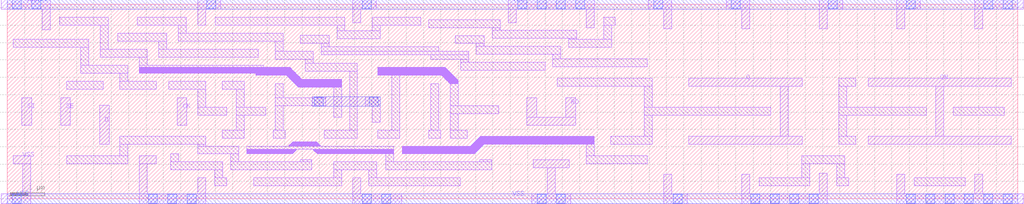
<source format=lef>
#----------------------------------------------------------------------------
# Description	: Cell LEF definitions for ts18ugfsdmp
#		  (TSMC 018um fsg -StdVt Metal Programable Library)
# Date		: $Date: 2006/06/08 03:58:23 $
# Copyright	: 1997-2006 by Virage Logic Corporation
# Revision	: Version $Revision: 1.18 $
#----------------------------------------------------------------------------

VERSION 5.4 ;
NAMESCASESENSITIVE ON ;
BUSBITCHARS "[]" ;
DIVIDERCHAR "/" ;

# Placement site definition for this library.
SITE ts18_dmp
  CLASS core ;
  SIZE 2.24 BY 5.6 ;
END ts18_dmp



#-----------------------------------------------------------------------
#      Cell        : MDN_FSDPQ_4
#      Description : D-Flip Flop w/scan, pos-edge triggered, q-only
#      Equation    : iq,iqn=ff(clocked_on=CK,next_state=(!SE&D)|(SE&SI)):Q=iq
#      Version     : $Revision: 1.18 $
#      Created     : $Date: 2006/06/08 03:58:23 $
#
MACRO MDN_FSDPQ_4
  CLASS CORE ;
  FOREIGN MDN_FSDPQ_4 0 0 ;
  ORIGIN 0 0 ;
  SIZE 22.4 BY 5.6 ;
  SYMMETRY  X ;
  SITE ts18_dmp ;
  PIN CK
    DIRECTION INPUT ;
    PORT
      LAYER METAL1 ;
      RECT  10.5 2.125 10.78 2.915 ;
    END
    ANTENNAGATEAREA 0.567 ;
  END CK
  PIN D
    DIRECTION INPUT ;
    PORT
      LAYER METAL1 ;
      RECT  2.66 2.125 2.94 2.915 ;
    END
    ANTENNAGATEAREA 0.567 ;
  END D
  PIN Q
    DIRECTION OUTPUT ;
    PORT
      LAYER METAL1 ;
      RECT  17.4 1.565 21.395 1.795 ;
      RECT  21.165 1.795 21.395 3.245 ;
      RECT  17.4 3.245 21.395 3.475 ;
    END
    ANTENNADIFFAREA 6.048 ;
  END Q
  PIN SE
    DIRECTION INPUT ;
    PORT
      LAYER METAL1 ;
      RECT  1.54 2.125 1.82 2.915 ;
    END
    ANTENNAGATEAREA 1.134 ;
  END SE
  PIN SI
    DIRECTION INPUT ;
    PORT
      LAYER METAL1 ;
      RECT  0.42 2.125 0.7 2.915 ;
    END
    ANTENNAGATEAREA 0.567 ;
  END SI
  PIN VDD
    DIRECTION INOUT ;
    USE power ;
    SHAPE ABUTMENT ;
    PORT
      LAYER METAL1 ;
      RECT  21.165 4.9 21.395 5.46 ;
      RECT  21.165 5.46 22.57 5.74 ;
      RECT  18.925 4.9 19.155 5.46 ;
      RECT  18.925 5.46 19.6 5.74 ;
      RECT  16.685 4.9 16.915 5.46 ;
      RECT  16.685 5.46 17.36 5.74 ;
      RECT  9.91 5.135 10.25 5.46 ;
      RECT  9.52 5.46 12.435 5.74 ;
      RECT  12.205 5.0 12.435 5.46 ;
      RECT  5.485 4.9 5.715 5.46 ;
      RECT  5.04 5.46 5.715 5.74 ;
      RECT  1.005 4.87 1.235 5.46 ;
      RECT  -0.17 5.46 1.235 5.74 ;
      LAYER METAL2 ;
      RECT  0.0 5.46 22.4 5.74 ;
      LAYER VIA12 ;
      RECT  21.43 5.47 21.69 5.73 ;
      RECT  21.99 5.47 22.25 5.73 ;
      RECT  19.19 5.47 19.45 5.73 ;
      RECT  16.95 5.47 17.21 5.73 ;
      RECT  9.67 5.47 9.93 5.73 ;
      RECT  10.23 5.47 10.49 5.73 ;
      RECT  10.79 5.47 11.05 5.73 ;
      RECT  11.35 5.47 11.61 5.73 ;
      RECT  11.91 5.47 12.17 5.73 ;
      RECT  5.19 5.47 5.45 5.73 ;
      RECT  0.15 5.47 0.41 5.73 ;
      RECT  0.71 5.47 0.97 5.73 ;
    END
  END VDD
  PIN VSS
    DIRECTION INOUT ;
    USE ground ;
    SHAPE ABUTMENT ;
    PORT
      LAYER METAL1 ;
      RECT  21.165 -0.14 22.57 0.14 ;
      RECT  21.165 0.14 21.395 0.7 ;
      RECT  18.925 -0.14 19.6 0.14 ;
      RECT  18.925 0.14 19.155 0.7 ;
      RECT  16.24 -0.14 16.915 0.14 ;
      RECT  16.685 0.14 16.915 0.7 ;
      RECT  9.965 -0.14 12.435 0.14 ;
      RECT  9.965 0.14 10.195 0.73 ;
      RECT  12.205 0.14 12.435 0.73 ;
      RECT  5.485 -0.14 6.16 0.14 ;
      RECT  5.485 0.14 5.715 0.73 ;
      RECT  3.36 -0.14 4.035 0.14 ;
      RECT  3.805 0.14 4.035 0.89 ;
      RECT  3.805 0.89 4.3 1.12 ;
      RECT  -0.17 -0.14 0.675 0.14 ;
      RECT  0.445 0.14 0.675 1.005 ;
      RECT  0.18 1.005 0.675 1.235 ;
      LAYER METAL2 ;
      RECT  0.0 -0.14 22.4 0.14 ;
      LAYER VIA12 ;
      RECT  21.43 -0.13 21.69 0.13 ;
      RECT  21.99 -0.13 22.25 0.13 ;
      RECT  19.19 -0.13 19.45 0.13 ;
      RECT  16.39 -0.13 16.65 0.13 ;
      RECT  10.23 -0.13 10.49 0.13 ;
      RECT  10.79 -0.13 11.05 0.13 ;
      RECT  11.35 -0.13 11.61 0.13 ;
      RECT  11.91 -0.13 12.17 0.13 ;
      RECT  5.75 -0.13 6.01 0.13 ;
      RECT  3.51 -0.13 3.77 0.13 ;
      RECT  0.15 -0.13 0.41 0.13 ;
    END
  END VSS
  OBS
      LAYER METAL1 ;
      RECT  5.99 0.37 6.33 0.6 ;
      RECT  6.1 0.6 6.33 0.83 ;
      RECT  6.1 0.83 9.635 1.005 ;
      RECT  6.1 1.005 12.435 1.06 ;
      RECT  9.405 1.06 12.435 1.235 ;
      RECT  12.205 1.235 12.435 1.75 ;
      RECT  12.205 1.75 13.96 1.98 ;
      RECT  12.205 1.98 12.435 3.16 ;
      RECT  11.38 3.16 12.435 3.39 ;
      RECT  12.205 3.39 12.435 3.62 ;
      RECT  12.205 3.62 14.115 3.805 ;
      RECT  12.205 3.805 15.5 3.85 ;
      RECT  13.885 3.85 15.5 4.035 ;
      RECT  7.11 0.37 9.71 0.6 ;
      RECT  12.71 0.37 13.05 0.6 ;
      RECT  12.82 0.6 13.05 0.83 ;
      RECT  12.82 0.83 15.985 1.06 ;
      RECT  15.755 1.06 15.985 1.565 ;
      RECT  15.755 1.565 16.355 1.795 ;
      RECT  16.125 1.795 16.355 2.125 ;
      RECT  16.125 2.125 20.835 2.355 ;
      RECT  17.245 2.355 17.475 2.645 ;
      RECT  20.605 2.355 20.835 2.655 ;
      RECT  19.485 2.355 19.715 2.66 ;
      RECT  18.365 2.355 18.595 2.665 ;
      RECT  16.125 2.355 16.355 3.245 ;
      RECT  15.86 3.245 16.355 3.475 ;
      RECT  14.39 0.37 16.41 0.6 ;
      RECT  4.745 1.005 5.715 1.01 ;
      RECT  4.74 1.01 5.715 1.015 ;
      RECT  4.735 1.015 5.715 1.02 ;
      RECT  4.73 1.02 5.715 1.025 ;
      RECT  4.725 1.025 5.715 1.03 ;
      RECT  4.72 1.03 5.715 1.035 ;
      RECT  4.715 1.035 5.715 1.04 ;
      RECT  4.71 1.04 5.715 1.045 ;
      RECT  4.705 1.045 5.715 1.05 ;
      RECT  4.7 1.05 5.715 1.055 ;
      RECT  4.695 1.055 5.715 1.06 ;
      RECT  4.69 1.06 5.715 1.065 ;
      RECT  4.685 1.065 5.715 1.07 ;
      RECT  4.68 1.07 5.715 1.075 ;
      RECT  4.675 1.075 5.715 1.08 ;
      RECT  4.67 1.08 5.715 1.085 ;
      RECT  4.665 1.085 5.715 1.09 ;
      RECT  4.66 1.09 5.715 1.095 ;
      RECT  4.655 1.095 5.715 1.1 ;
      RECT  4.65 1.1 5.715 1.105 ;
      RECT  4.645 1.105 5.715 1.11 ;
      RECT  4.64 1.11 5.715 1.115 ;
      RECT  4.635 1.115 5.715 1.12 ;
      RECT  4.63 1.12 5.715 1.125 ;
      RECT  4.625 1.125 5.715 1.13 ;
      RECT  4.62 1.13 5.715 1.135 ;
      RECT  4.615 1.135 5.715 1.14 ;
      RECT  4.61 1.14 5.715 1.145 ;
      RECT  4.605 1.145 5.715 1.15 ;
      RECT  4.6 1.15 5.715 1.155 ;
      RECT  4.595 1.155 5.715 1.16 ;
      RECT  4.59 1.16 5.715 1.165 ;
      RECT  4.585 1.165 5.715 1.17 ;
      RECT  4.58 1.17 5.715 1.175 ;
      RECT  4.575 1.175 5.715 1.18 ;
      RECT  4.57 1.18 5.715 1.185 ;
      RECT  4.565 1.185 5.715 1.19 ;
      RECT  4.56 1.19 5.715 1.195 ;
      RECT  4.555 1.195 5.715 1.2 ;
      RECT  4.55 1.2 5.715 1.205 ;
      RECT  4.545 1.205 5.715 1.21 ;
      RECT  4.54 1.21 5.715 1.215 ;
      RECT  4.535 1.215 5.715 1.22 ;
      RECT  4.53 1.22 5.715 1.225 ;
      RECT  4.525 1.225 5.715 1.23 ;
      RECT  4.52 1.23 5.715 1.235 ;
      RECT  4.515 1.235 4.84 1.24 ;
      RECT  5.485 1.235 5.715 1.75 ;
      RECT  4.51 1.24 4.835 1.245 ;
      RECT  4.505 1.245 4.83 1.25 ;
      RECT  4.5 1.25 4.825 1.255 ;
      RECT  4.495 1.255 4.82 1.26 ;
      RECT  4.49 1.26 4.815 1.265 ;
      RECT  4.485 1.265 4.81 1.27 ;
      RECT  4.48 1.27 4.805 1.275 ;
      RECT  4.475 1.275 4.8 1.28 ;
      RECT  4.47 1.28 4.795 1.285 ;
      RECT  4.465 1.285 4.79 1.29 ;
      RECT  4.46 1.29 4.785 1.295 ;
      RECT  4.455 1.295 4.78 1.3 ;
      RECT  4.45 1.3 4.775 1.305 ;
      RECT  4.445 1.305 4.77 1.31 ;
      RECT  4.44 1.31 4.765 1.315 ;
      RECT  4.435 1.315 4.76 1.32 ;
      RECT  4.43 1.32 4.755 1.325 ;
      RECT  4.425 1.325 4.75 1.33 ;
      RECT  4.42 1.33 4.745 1.335 ;
      RECT  4.415 1.335 4.74 1.34 ;
      RECT  4.41 1.34 4.735 1.345 ;
      RECT  4.405 1.345 4.73 1.35 ;
      RECT  4.4 1.35 4.725 1.355 ;
      RECT  4.395 1.355 4.72 1.36 ;
      RECT  4.39 1.36 4.715 1.365 ;
      RECT  4.385 1.365 4.71 1.37 ;
      RECT  4.38 1.37 4.705 1.375 ;
      RECT  4.375 1.375 4.7 1.38 ;
      RECT  4.37 1.38 4.695 1.385 ;
      RECT  4.365 1.385 4.69 1.39 ;
      RECT  4.36 1.39 4.685 1.395 ;
      RECT  4.355 1.395 4.68 1.4 ;
      RECT  4.35 1.4 4.675 1.405 ;
      RECT  4.345 1.405 4.67 1.41 ;
      RECT  4.34 1.41 4.665 1.415 ;
      RECT  4.335 1.415 4.66 1.42 ;
      RECT  4.33 1.42 4.655 1.425 ;
      RECT  4.325 1.425 4.65 1.43 ;
      RECT  4.32 1.43 4.645 1.435 ;
      RECT  4.315 1.435 4.64 1.44 ;
      RECT  4.31 1.44 4.635 1.445 ;
      RECT  4.305 1.445 4.63 1.45 ;
      RECT  4.3 1.45 4.625 1.455 ;
      RECT  4.295 1.455 4.62 1.46 ;
      RECT  4.29 1.46 4.615 1.465 ;
      RECT  4.285 1.465 4.61 1.47 ;
      RECT  4.28 1.47 4.605 1.475 ;
      RECT  4.275 1.475 4.6 1.48 ;
      RECT  4.27 1.48 4.595 1.485 ;
      RECT  4.265 1.485 4.59 1.49 ;
      RECT  4.26 1.49 4.585 1.495 ;
      RECT  4.255 1.495 4.58 1.5 ;
      RECT  4.25 1.5 4.575 1.505 ;
      RECT  4.245 1.505 4.57 1.51 ;
      RECT  4.24 1.51 4.565 1.515 ;
      RECT  4.235 1.515 4.56 1.52 ;
      RECT  4.23 1.52 4.555 1.525 ;
      RECT  4.225 1.525 4.55 1.53 ;
      RECT  4.22 1.53 4.545 1.535 ;
      RECT  4.215 1.535 4.54 1.54 ;
      RECT  4.21 1.54 4.535 1.545 ;
      RECT  4.205 1.545 4.53 1.55 ;
      RECT  4.2 1.55 4.525 1.555 ;
      RECT  4.195 1.555 4.52 1.56 ;
      RECT  4.19 1.56 4.515 1.565 ;
      RECT  1.72 1.005 3.475 1.235 ;
      RECT  3.245 1.235 3.475 1.565 ;
      RECT  3.245 1.565 4.51 1.57 ;
      RECT  3.245 1.57 4.505 1.575 ;
      RECT  3.245 1.575 4.5 1.58 ;
      RECT  3.245 1.58 4.495 1.585 ;
      RECT  3.245 1.585 4.49 1.59 ;
      RECT  3.245 1.59 4.485 1.595 ;
      RECT  3.245 1.595 4.48 1.6 ;
      RECT  3.245 1.6 4.475 1.605 ;
      RECT  3.245 1.605 4.47 1.61 ;
      RECT  3.245 1.61 4.465 1.615 ;
      RECT  3.245 1.615 4.46 1.62 ;
      RECT  3.245 1.62 4.455 1.625 ;
      RECT  3.245 1.625 4.45 1.63 ;
      RECT  3.245 1.63 4.445 1.635 ;
      RECT  3.245 1.635 4.44 1.64 ;
      RECT  3.245 1.64 4.435 1.645 ;
      RECT  3.245 1.645 4.43 1.65 ;
      RECT  3.245 1.65 4.425 1.655 ;
      RECT  3.245 1.655 4.42 1.66 ;
      RECT  3.245 1.66 4.415 1.665 ;
      RECT  3.245 1.665 4.41 1.67 ;
      RECT  3.245 1.67 4.405 1.675 ;
      RECT  3.245 1.675 4.4 1.68 ;
      RECT  3.245 1.68 4.395 1.685 ;
      RECT  3.245 1.685 4.39 1.69 ;
      RECT  3.245 1.69 4.385 1.695 ;
      RECT  3.245 1.695 4.38 1.7 ;
      RECT  3.245 1.7 4.375 1.705 ;
      RECT  3.245 1.705 4.37 1.71 ;
      RECT  3.245 1.71 4.365 1.715 ;
      RECT  3.245 1.715 4.36 1.72 ;
      RECT  3.245 1.72 4.355 1.725 ;
      RECT  3.245 1.725 4.35 1.73 ;
      RECT  3.245 1.73 4.345 1.735 ;
      RECT  3.245 1.735 4.34 1.74 ;
      RECT  3.245 1.74 4.335 1.745 ;
      RECT  3.245 1.745 4.33 1.75 ;
      RECT  3.245 1.75 4.325 1.755 ;
      RECT  5.485 1.75 7.24 1.98 ;
      RECT  3.245 1.755 4.32 1.76 ;
      RECT  3.245 1.76 4.315 1.765 ;
      RECT  3.245 1.765 4.31 1.77 ;
      RECT  3.245 1.77 4.305 1.775 ;
      RECT  3.245 1.775 4.3 1.78 ;
      RECT  3.245 1.78 4.295 1.785 ;
      RECT  3.245 1.785 4.29 1.79 ;
      RECT  3.245 1.79 4.285 1.795 ;
      RECT  6.2 1.29 8.78 1.52 ;
      RECT  12.92 1.29 15.5 1.52 ;
      RECT  9.965 1.565 11.02 1.795 ;
      RECT  9.965 1.795 10.195 2.405 ;
      RECT  9.35 2.405 10.195 2.635 ;
      RECT  9.965 2.635 10.195 3.755 ;
      RECT  9.965 3.755 11.875 3.985 ;
      RECT  11.645 3.985 11.875 4.08 ;
      RECT  11.645 4.08 13.555 4.31 ;
      RECT  13.325 4.31 13.555 4.365 ;
      RECT  13.325 4.365 14.675 4.595 ;
      RECT  14.445 4.595 14.675 4.995 ;
      RECT  14.445 4.995 15.19 5.0 ;
      RECT  14.445 5.0 15.29 5.225 ;
      RECT  14.95 5.225 15.29 5.23 ;
      RECT  4.66 1.75 5.155 1.98 ;
      RECT  4.925 1.98 5.155 2.405 ;
      RECT  3.75 2.405 5.155 2.635 ;
      RECT  4.925 2.635 5.155 3.245 ;
      RECT  4.66 3.245 5.155 3.475 ;
      RECT  7.67 1.75 8.01 1.98 ;
      RECT  7.725 1.98 7.955 3.435 ;
      RECT  8.285 1.75 9.48 1.98 ;
      RECT  8.285 1.98 8.515 3.245 ;
      RECT  8.285 3.245 9.37 3.475 ;
      RECT  9.14 3.475 9.37 4.215 ;
      RECT  9.14 4.215 11.315 4.445 ;
      RECT  11.085 4.445 11.315 4.54 ;
      RECT  11.085 4.54 12.995 4.77 ;
      RECT  12.765 4.77 12.995 5.0 ;
      RECT  12.765 5.0 14.17 5.23 ;
      RECT  14.39 1.75 14.73 1.98 ;
      RECT  14.445 1.98 14.675 3.53 ;
      RECT  12.92 3.16 13.98 3.39 ;
      RECT  6.2 3.245 7.24 3.475 ;
      RECT  1.72 3.805 2.76 4.035 ;
      RECT  3.19 3.805 8.78 4.035 ;
      RECT  0.18 4.365 4.3 4.595 ;
      RECT  9.405 4.675 10.755 4.905 ;
      RECT  9.405 4.905 9.635 4.925 ;
      RECT  10.525 4.905 10.755 5.0 ;
      RECT  7.67 4.925 9.635 5.155 ;
      RECT  10.525 5.0 11.93 5.23 ;
      RECT  1.51 5.0 5.21 5.23 ;
  END
END MDN_FSDPQ_4

#-----------------------------------------------------------------------
#      Cell        : MDN_FSDPRB_4
#      Description : D-Flip Flop w/scan, pos-edge triggered, lo-async-clear
#      Equation    : iq,iqn=ff(clocked_on=CK,next_state=(!SE&D)|(SE&SI),clear=!RD):Q=iq:QN=iqn
#      Version     : $Revision: 1.18 $
#      Created     : $Date: 2006/06/08 03:58:23 $
#
MACRO MDN_FSDPRB_4
  CLASS CORE ;
  FOREIGN MDN_FSDPRB_4 0 0 ;
  ORIGIN 0 0 ;
  SIZE 29.12 BY 5.6 ;
  SYMMETRY  X ;
  SITE ts18_dmp ;
  PIN CK
    DIRECTION INPUT ;
    PORT
      LAYER METAL1 ;
      RECT  4.9 2.125 5.18 2.915 ;
    END
    ANTENNAGATEAREA 0.567 ;
  END CK
  PIN D
    DIRECTION INPUT ;
    PORT
      LAYER METAL1 ;
      RECT  2.66 1.565 2.94 2.69 ;
    END
    ANTENNAGATEAREA 0.567 ;
  END D
  PIN Q
    DIRECTION OUTPUT ;
    PORT
      LAYER METAL1 ;
      RECT  19.64 1.565 22.92 1.795 ;
      RECT  22.285 1.795 22.515 3.245 ;
      RECT  19.64 3.245 22.92 3.475 ;
    END
    ANTENNADIFFAREA 6.048 ;
  END Q
  PIN QN
    DIRECTION OUTPUT ;
    PORT
      LAYER METAL1 ;
      RECT  24.82 1.565 28.94 1.795 ;
      RECT  26.765 1.795 26.995 3.245 ;
      RECT  24.82 3.245 28.94 3.475 ;
    END
    ANTENNADIFFAREA 6.048 ;
  END QN
  PIN RD
    DIRECTION INPUT ;
    PORT
      LAYER METAL1 ;
      RECT  14.98 2.125 16.38 2.355 ;
      RECT  14.98 2.355 15.26 2.915 ;
      RECT  16.1 2.355 16.38 2.915 ;
    END
    ANTENNAGATEAREA 1.134 ;
  END RD
  PIN SE
    DIRECTION INPUT ;
    PORT
      LAYER METAL1 ;
      RECT  1.54 2.125 1.82 2.915 ;
    END
    ANTENNAGATEAREA 1.134 ;
  END SE
  PIN SI
    DIRECTION INPUT ;
    PORT
      LAYER METAL1 ;
      RECT  0.42 2.125 0.7 2.915 ;
    END
    ANTENNAGATEAREA 0.567 ;
  END SI
  PIN VDD
    DIRECTION INOUT ;
    USE power ;
    SHAPE ABUTMENT ;
    PORT
      LAYER METAL1 ;
      RECT  27.885 4.9 28.115 5.46 ;
      RECT  27.885 5.46 29.29 5.74 ;
      RECT  25.645 4.9 25.875 5.46 ;
      RECT  25.645 5.46 26.32 5.74 ;
      RECT  23.405 4.9 23.635 5.46 ;
      RECT  23.405 5.46 24.08 5.74 ;
      RECT  21.165 4.9 21.395 5.46 ;
      RECT  20.72 5.46 21.395 5.74 ;
      RECT  18.925 4.9 19.155 5.46 ;
      RECT  18.48 5.46 19.155 5.74 ;
      RECT  14.445 5.08 14.675 5.46 ;
      RECT  14.445 5.46 16.915 5.74 ;
      RECT  16.685 4.93 16.915 5.46 ;
      RECT  9.965 5.08 10.195 5.46 ;
      RECT  9.965 5.46 10.64 5.74 ;
      RECT  5.485 5.0 5.715 5.46 ;
      RECT  5.485 5.46 6.16 5.74 ;
      RECT  1.005 4.87 1.235 5.46 ;
      RECT  -0.17 5.46 1.235 5.74 ;
      LAYER METAL2 ;
      RECT  0.0 5.46 29.12 5.74 ;
      LAYER VIA12 ;
      RECT  28.15 5.47 28.41 5.73 ;
      RECT  28.71 5.47 28.97 5.73 ;
      RECT  25.91 5.47 26.17 5.73 ;
      RECT  23.67 5.47 23.93 5.73 ;
      RECT  20.87 5.47 21.13 5.73 ;
      RECT  18.63 5.47 18.89 5.73 ;
      RECT  14.71 5.47 14.97 5.73 ;
      RECT  15.27 5.47 15.53 5.73 ;
      RECT  15.83 5.47 16.09 5.73 ;
      RECT  16.39 5.47 16.65 5.73 ;
      RECT  10.23 5.47 10.49 5.73 ;
      RECT  5.75 5.47 6.01 5.73 ;
      RECT  0.15 5.47 0.41 5.73 ;
      RECT  0.71 5.47 0.97 5.73 ;
    END
  END VDD
  PIN VSS
    DIRECTION INOUT ;
    USE ground ;
    SHAPE ABUTMENT ;
    PORT
      LAYER METAL1 ;
      RECT  25.645 -0.14 29.29 0.14 ;
      RECT  25.645 0.14 25.875 0.7 ;
      RECT  27.885 0.14 28.115 0.7 ;
      RECT  21.165 -0.14 23.635 0.14 ;
      RECT  21.165 0.14 21.395 0.7 ;
      RECT  23.405 0.14 23.635 0.73 ;
      RECT  18.925 -0.14 19.6 0.14 ;
      RECT  18.925 0.14 19.155 0.7 ;
      RECT  15.12 -0.14 16.24 0.14 ;
      RECT  15.565 0.14 15.795 0.89 ;
      RECT  15.16 0.89 16.2 1.12 ;
      RECT  9.965 -0.14 11.37 0.14 ;
      RECT  9.965 0.14 10.195 0.6 ;
      RECT  3.805 -0.14 5.715 0.14 ;
      RECT  5.485 0.14 5.715 0.6 ;
      RECT  3.805 0.14 4.035 1.005 ;
      RECT  3.805 1.005 4.3 1.235 ;
      RECT  -0.17 -0.14 0.675 0.14 ;
      RECT  0.445 0.14 0.675 1.005 ;
      RECT  0.18 1.005 0.675 1.235 ;
      LAYER METAL2 ;
      RECT  0.0 -0.14 29.12 0.14 ;
      LAYER VIA12 ;
      RECT  25.91 -0.13 26.17 0.13 ;
      RECT  26.47 -0.13 26.73 0.13 ;
      RECT  27.03 -0.13 27.29 0.13 ;
      RECT  27.59 -0.13 27.85 0.13 ;
      RECT  28.15 -0.13 28.41 0.13 ;
      RECT  28.71 -0.13 28.97 0.13 ;
      RECT  21.43 -0.13 21.69 0.13 ;
      RECT  21.99 -0.13 22.25 0.13 ;
      RECT  22.55 -0.13 22.81 0.13 ;
      RECT  23.11 -0.13 23.37 0.13 ;
      RECT  19.19 -0.13 19.45 0.13 ;
      RECT  15.27 -0.13 15.53 0.13 ;
      RECT  15.83 -0.13 16.09 0.13 ;
      RECT  10.23 -0.13 10.49 0.13 ;
      RECT  10.79 -0.13 11.05 0.13 ;
      RECT  4.07 -0.13 4.33 0.13 ;
      RECT  4.63 -0.13 4.89 0.13 ;
      RECT  5.19 -0.13 5.45 0.13 ;
      RECT  0.15 -0.13 0.41 0.13 ;
    END
  END VSS
  OBS
      LAYER METAL1 ;
      RECT  5.98 0.37 6.33 0.6 ;
      RECT  5.98 0.6 6.21 0.83 ;
      RECT  4.715 0.83 6.21 1.06 ;
      RECT  4.715 1.06 4.945 1.29 ;
      RECT  10.425 0.37 13.05 0.6 ;
      RECT  10.425 0.6 10.655 0.83 ;
      RECT  7.11 0.37 9.635 0.6 ;
      RECT  9.405 0.6 9.635 0.83 ;
      RECT  9.405 0.83 10.655 1.06 ;
      RECT  23.91 0.37 24.25 0.6 ;
      RECT  23.91 0.6 24.14 1.005 ;
      RECT  21.67 0.37 23.13 0.6 ;
      RECT  22.9 0.6 23.13 1.005 ;
      RECT  22.9 1.005 24.14 1.235 ;
      RECT  26.15 0.37 27.61 0.6 ;
      RECT  6.44 0.83 8.78 1.06 ;
      RECT  8.44 1.06 8.78 1.12 ;
      RECT  6.44 1.06 6.67 1.29 ;
      RECT  5.485 1.29 6.67 1.52 ;
      RECT  5.485 1.52 5.715 1.565 ;
      RECT  1.72 1.005 3.475 1.235 ;
      RECT  3.245 1.235 3.475 1.565 ;
      RECT  3.245 1.565 5.715 1.795 ;
      RECT  10.905 0.83 13.96 1.06 ;
      RECT  13.62 1.06 13.96 1.12 ;
      RECT  10.905 1.06 11.135 1.29 ;
      RECT  8.94 1.29 11.135 1.295 ;
      RECT  8.935 1.295 11.135 1.3 ;
      RECT  8.93 1.3 11.135 1.305 ;
      RECT  8.925 1.305 11.135 1.31 ;
      RECT  8.92 1.31 11.135 1.315 ;
      RECT  8.915 1.315 11.135 1.32 ;
      RECT  8.91 1.32 11.135 1.325 ;
      RECT  8.905 1.325 11.135 1.33 ;
      RECT  8.9 1.33 11.135 1.335 ;
      RECT  8.895 1.335 11.135 1.34 ;
      RECT  8.89 1.34 11.135 1.345 ;
      RECT  8.885 1.345 11.135 1.35 ;
      RECT  8.88 1.35 11.135 1.355 ;
      RECT  8.875 1.355 11.135 1.36 ;
      RECT  8.87 1.36 11.135 1.365 ;
      RECT  8.865 1.365 11.135 1.37 ;
      RECT  8.86 1.37 11.135 1.375 ;
      RECT  8.855 1.375 11.135 1.38 ;
      RECT  8.85 1.38 11.135 1.385 ;
      RECT  8.845 1.385 11.135 1.39 ;
      RECT  8.84 1.39 11.135 1.395 ;
      RECT  8.835 1.395 11.135 1.4 ;
      RECT  8.83 1.4 11.135 1.405 ;
      RECT  8.825 1.405 11.135 1.41 ;
      RECT  8.82 1.41 11.135 1.415 ;
      RECT  8.815 1.415 11.135 1.42 ;
      RECT  6.9 1.29 8.215 1.295 ;
      RECT  6.9 1.295 8.22 1.3 ;
      RECT  6.9 1.3 8.225 1.305 ;
      RECT  6.9 1.305 8.23 1.31 ;
      RECT  6.9 1.31 8.235 1.315 ;
      RECT  6.9 1.315 8.24 1.32 ;
      RECT  6.9 1.32 8.245 1.325 ;
      RECT  6.9 1.325 8.25 1.33 ;
      RECT  6.9 1.33 8.255 1.335 ;
      RECT  6.9 1.335 8.26 1.34 ;
      RECT  6.9 1.34 8.265 1.345 ;
      RECT  6.9 1.345 8.27 1.35 ;
      RECT  6.9 1.35 8.275 1.355 ;
      RECT  6.9 1.355 8.28 1.36 ;
      RECT  6.9 1.36 8.285 1.365 ;
      RECT  6.9 1.365 8.29 1.37 ;
      RECT  6.9 1.37 8.295 1.375 ;
      RECT  6.9 1.375 8.3 1.38 ;
      RECT  6.9 1.38 8.305 1.385 ;
      RECT  6.9 1.385 8.31 1.39 ;
      RECT  6.9 1.39 8.315 1.395 ;
      RECT  6.9 1.395 8.32 1.4 ;
      RECT  6.9 1.4 8.325 1.405 ;
      RECT  6.9 1.405 8.33 1.41 ;
      RECT  6.9 1.41 8.335 1.415 ;
      RECT  6.9 1.415 8.34 1.42 ;
      RECT  6.9 1.42 11.135 1.52 ;
      RECT  8.11 1.52 9.035 1.525 ;
      RECT  8.115 1.525 9.03 1.53 ;
      RECT  8.12 1.53 9.025 1.535 ;
      RECT  8.125 1.535 9.02 1.54 ;
      RECT  8.13 1.54 9.015 1.545 ;
      RECT  8.135 1.545 9.01 1.55 ;
      RECT  8.14 1.55 9.005 1.555 ;
      RECT  8.145 1.555 9.0 1.56 ;
      RECT  8.15 1.56 8.995 1.565 ;
      RECT  8.155 1.565 8.99 1.57 ;
      RECT  8.16 1.57 8.985 1.575 ;
      RECT  8.165 1.575 8.98 1.58 ;
      RECT  8.17 1.58 8.975 1.585 ;
      RECT  8.175 1.585 8.97 1.59 ;
      RECT  8.18 1.59 8.965 1.595 ;
      RECT  8.185 1.595 8.96 1.6 ;
      RECT  8.19 1.6 8.955 1.605 ;
      RECT  8.195 1.605 8.95 1.61 ;
      RECT  8.2 1.61 8.945 1.615 ;
      RECT  8.205 1.615 8.94 1.62 ;
      RECT  8.21 1.62 8.935 1.625 ;
      RECT  8.215 1.625 8.93 1.63 ;
      RECT  8.22 1.63 8.925 1.635 ;
      RECT  8.225 1.635 8.92 1.64 ;
      RECT  8.23 1.64 8.915 1.645 ;
      RECT  8.235 1.645 8.91 1.65 ;
      RECT  16.685 1.005 18.445 1.235 ;
      RECT  16.685 1.235 16.915 1.565 ;
      RECT  11.38 1.29 13.465 1.295 ;
      RECT  11.38 1.295 13.47 1.3 ;
      RECT  11.38 1.3 13.475 1.305 ;
      RECT  11.38 1.305 13.48 1.31 ;
      RECT  11.38 1.31 13.485 1.315 ;
      RECT  11.38 1.315 13.49 1.32 ;
      RECT  11.38 1.32 13.495 1.325 ;
      RECT  11.38 1.325 13.5 1.33 ;
      RECT  11.38 1.33 13.505 1.335 ;
      RECT  11.38 1.335 13.51 1.34 ;
      RECT  11.38 1.34 13.515 1.345 ;
      RECT  11.38 1.345 13.52 1.35 ;
      RECT  11.38 1.35 13.525 1.355 ;
      RECT  11.38 1.355 13.53 1.36 ;
      RECT  11.38 1.36 13.535 1.365 ;
      RECT  11.38 1.365 13.54 1.37 ;
      RECT  11.38 1.37 13.545 1.375 ;
      RECT  11.38 1.375 13.55 1.38 ;
      RECT  11.38 1.38 13.555 1.385 ;
      RECT  11.38 1.385 13.56 1.39 ;
      RECT  11.38 1.39 13.565 1.395 ;
      RECT  11.38 1.395 13.57 1.4 ;
      RECT  11.38 1.4 13.575 1.405 ;
      RECT  11.38 1.405 13.58 1.41 ;
      RECT  11.38 1.41 13.585 1.415 ;
      RECT  11.38 1.415 13.59 1.42 ;
      RECT  11.38 1.42 13.595 1.425 ;
      RECT  11.38 1.425 13.6 1.43 ;
      RECT  11.38 1.43 13.605 1.435 ;
      RECT  11.38 1.435 13.61 1.44 ;
      RECT  11.38 1.44 13.615 1.445 ;
      RECT  11.38 1.445 13.62 1.45 ;
      RECT  11.38 1.45 13.625 1.455 ;
      RECT  11.38 1.455 13.63 1.46 ;
      RECT  11.38 1.46 13.635 1.465 ;
      RECT  11.38 1.465 13.64 1.47 ;
      RECT  11.38 1.47 13.645 1.475 ;
      RECT  11.38 1.475 13.65 1.48 ;
      RECT  11.38 1.48 13.655 1.485 ;
      RECT  11.38 1.485 13.66 1.49 ;
      RECT  11.38 1.49 13.665 1.495 ;
      RECT  11.38 1.495 13.67 1.5 ;
      RECT  11.38 1.5 13.675 1.505 ;
      RECT  11.38 1.505 13.68 1.51 ;
      RECT  11.38 1.51 13.685 1.515 ;
      RECT  11.38 1.515 13.69 1.52 ;
      RECT  13.36 1.52 13.695 1.525 ;
      RECT  13.365 1.525 13.7 1.53 ;
      RECT  13.37 1.53 13.705 1.535 ;
      RECT  13.375 1.535 13.71 1.54 ;
      RECT  13.38 1.54 13.715 1.545 ;
      RECT  13.385 1.545 13.72 1.55 ;
      RECT  13.39 1.55 13.725 1.555 ;
      RECT  13.395 1.555 13.73 1.56 ;
      RECT  13.4 1.56 13.735 1.565 ;
      RECT  13.405 1.565 16.915 1.57 ;
      RECT  13.41 1.57 16.915 1.575 ;
      RECT  13.415 1.575 16.915 1.58 ;
      RECT  13.42 1.58 16.915 1.585 ;
      RECT  13.425 1.585 16.915 1.59 ;
      RECT  13.43 1.59 16.915 1.595 ;
      RECT  13.435 1.595 16.915 1.6 ;
      RECT  13.44 1.6 16.915 1.605 ;
      RECT  13.445 1.605 16.915 1.61 ;
      RECT  13.45 1.61 16.915 1.615 ;
      RECT  13.455 1.615 16.915 1.62 ;
      RECT  13.46 1.62 16.915 1.625 ;
      RECT  13.465 1.625 16.915 1.63 ;
      RECT  13.47 1.63 16.915 1.635 ;
      RECT  13.475 1.635 16.915 1.64 ;
      RECT  13.48 1.64 16.915 1.645 ;
      RECT  13.485 1.645 16.915 1.65 ;
      RECT  13.49 1.65 16.915 1.655 ;
      RECT  13.495 1.655 16.915 1.66 ;
      RECT  13.5 1.66 16.915 1.665 ;
      RECT  13.505 1.665 16.915 1.67 ;
      RECT  13.51 1.67 16.915 1.675 ;
      RECT  13.515 1.675 16.915 1.68 ;
      RECT  13.52 1.68 16.915 1.685 ;
      RECT  13.525 1.685 16.915 1.69 ;
      RECT  13.53 1.69 16.915 1.695 ;
      RECT  13.535 1.695 16.915 1.7 ;
      RECT  13.54 1.7 16.915 1.705 ;
      RECT  13.545 1.705 16.915 1.71 ;
      RECT  13.55 1.71 16.915 1.715 ;
      RECT  13.555 1.715 16.915 1.72 ;
      RECT  13.56 1.72 16.915 1.725 ;
      RECT  13.565 1.725 16.915 1.73 ;
      RECT  13.57 1.73 16.915 1.735 ;
      RECT  13.575 1.735 16.915 1.74 ;
      RECT  13.58 1.74 16.915 1.745 ;
      RECT  13.585 1.745 16.915 1.75 ;
      RECT  13.59 1.75 16.915 1.755 ;
      RECT  13.595 1.755 16.915 1.76 ;
      RECT  13.6 1.76 16.915 1.765 ;
      RECT  13.605 1.765 16.915 1.77 ;
      RECT  13.61 1.77 16.915 1.775 ;
      RECT  13.615 1.775 16.915 1.78 ;
      RECT  13.62 1.78 16.915 1.785 ;
      RECT  13.625 1.785 16.915 1.79 ;
      RECT  13.63 1.79 16.915 1.795 ;
      RECT  17.4 1.565 18.595 1.795 ;
      RECT  18.365 1.795 18.595 2.405 ;
      RECT  18.365 2.405 22.01 2.635 ;
      RECT  18.365 2.635 18.595 3.245 ;
      RECT  15.86 3.245 18.595 3.475 ;
      RECT  23.965 1.565 24.46 1.795 ;
      RECT  23.965 1.795 24.195 2.405 ;
      RECT  23.965 2.405 26.49 2.635 ;
      RECT  23.965 2.635 24.195 3.245 ;
      RECT  23.965 3.245 24.46 3.475 ;
      RECT  6.2 1.75 6.835 1.98 ;
      RECT  6.605 1.98 6.835 2.405 ;
      RECT  6.605 2.405 7.45 2.635 ;
      RECT  6.605 2.635 6.835 3.16 ;
      RECT  6.2 3.16 6.835 3.39 ;
      RECT  7.67 1.75 8.01 1.98 ;
      RECT  7.725 1.98 7.955 2.685 ;
      RECT  7.725 2.685 9.175 2.915 ;
      RECT  8.795 2.66 9.175 2.685 ;
      RECT  8.795 2.915 9.175 2.94 ;
      RECT  7.725 2.915 7.955 3.315 ;
      RECT  9.14 1.75 10.095 1.98 ;
      RECT  9.865 1.98 10.095 3.68 ;
      RECT  8.585 3.68 10.095 3.91 ;
      RECT  8.585 3.91 8.815 4.02 ;
      RECT  7.725 4.02 8.815 4.25 ;
      RECT  7.725 4.25 7.955 4.54 ;
      RECT  4.925 4.54 7.955 4.77 ;
      RECT  4.925 4.77 5.155 5.0 ;
      RECT  3.75 5.0 5.155 5.23 ;
      RECT  12.15 1.75 12.49 1.98 ;
      RECT  12.205 1.98 12.435 3.315 ;
      RECT  12.765 1.75 13.26 1.98 ;
      RECT  12.765 1.98 12.995 2.445 ;
      RECT  12.765 2.445 14.17 2.675 ;
      RECT  12.765 2.675 12.995 3.32 ;
      RECT  12.76 3.32 12.995 3.325 ;
      RECT  12.755 3.325 12.995 3.33 ;
      RECT  12.75 3.33 12.995 3.335 ;
      RECT  12.745 3.335 12.995 3.34 ;
      RECT  12.74 3.34 12.995 3.345 ;
      RECT  12.735 3.345 12.995 3.35 ;
      RECT  12.73 3.35 12.995 3.355 ;
      RECT  12.725 3.355 12.995 3.36 ;
      RECT  12.72 3.36 12.995 3.365 ;
      RECT  12.715 3.365 12.995 3.37 ;
      RECT  12.71 3.37 12.995 3.375 ;
      RECT  12.705 3.375 12.995 3.38 ;
      RECT  12.7 3.38 12.995 3.385 ;
      RECT  12.695 3.385 12.995 3.39 ;
      RECT  12.69 3.39 12.995 3.395 ;
      RECT  12.685 3.395 12.995 3.4 ;
      RECT  12.68 3.4 12.995 3.405 ;
      RECT  12.675 3.405 12.995 3.41 ;
      RECT  12.67 3.41 12.995 3.415 ;
      RECT  12.665 3.415 12.99 3.42 ;
      RECT  12.66 3.42 12.985 3.425 ;
      RECT  12.655 3.425 12.98 3.43 ;
      RECT  12.65 3.43 12.975 3.435 ;
      RECT  12.645 3.435 12.97 3.44 ;
      RECT  12.64 3.44 12.965 3.445 ;
      RECT  12.635 3.445 12.96 3.45 ;
      RECT  12.63 3.45 12.955 3.455 ;
      RECT  12.625 3.455 12.95 3.46 ;
      RECT  12.62 3.46 12.945 3.465 ;
      RECT  12.615 3.465 12.94 3.47 ;
      RECT  12.61 3.47 12.935 3.475 ;
      RECT  12.605 3.475 12.93 3.48 ;
      RECT  12.6 3.48 12.925 3.485 ;
      RECT  12.595 3.485 12.92 3.49 ;
      RECT  12.59 3.49 12.915 3.495 ;
      RECT  12.585 3.495 12.91 3.5 ;
      RECT  12.58 3.5 12.905 3.505 ;
      RECT  12.575 3.505 12.9 3.51 ;
      RECT  12.57 3.51 12.895 3.515 ;
      RECT  12.565 3.515 12.89 3.52 ;
      RECT  12.56 3.52 12.885 3.525 ;
      RECT  12.555 3.525 12.88 3.53 ;
      RECT  12.55 3.53 12.875 3.535 ;
      RECT  12.545 3.535 12.87 3.54 ;
      RECT  12.54 3.54 12.865 3.545 ;
      RECT  12.535 3.545 12.86 3.55 ;
      RECT  12.53 3.55 12.855 3.555 ;
      RECT  10.68 1.75 11.315 1.98 ;
      RECT  11.085 1.98 11.315 3.555 ;
      RECT  10.68 3.555 12.85 3.56 ;
      RECT  10.68 3.56 12.845 3.565 ;
      RECT  10.68 3.565 12.84 3.57 ;
      RECT  10.68 3.57 12.835 3.575 ;
      RECT  10.68 3.575 12.83 3.58 ;
      RECT  10.68 3.58 12.825 3.585 ;
      RECT  10.68 3.585 12.82 3.59 ;
      RECT  10.68 3.59 12.815 3.595 ;
      RECT  10.68 3.595 12.81 3.6 ;
      RECT  10.68 3.6 12.805 3.605 ;
      RECT  10.68 3.605 12.8 3.61 ;
      RECT  10.68 3.61 12.795 3.615 ;
      RECT  10.68 3.615 12.79 3.62 ;
      RECT  10.68 3.62 12.785 3.625 ;
      RECT  10.68 3.625 12.78 3.63 ;
      RECT  10.68 3.63 12.775 3.635 ;
      RECT  10.68 3.635 12.77 3.64 ;
      RECT  10.68 3.64 12.765 3.645 ;
      RECT  10.68 3.645 12.76 3.65 ;
      RECT  10.68 3.65 12.755 3.655 ;
      RECT  10.68 3.655 12.75 3.66 ;
      RECT  10.68 3.66 12.745 3.665 ;
      RECT  10.68 3.665 12.74 3.67 ;
      RECT  10.68 3.67 12.735 3.675 ;
      RECT  10.68 3.675 12.73 3.68 ;
      RECT  10.68 3.68 12.725 3.685 ;
      RECT  10.68 3.685 12.72 3.69 ;
      RECT  10.68 3.69 12.715 3.695 ;
      RECT  10.68 3.695 12.71 3.7 ;
      RECT  10.68 3.7 12.705 3.705 ;
      RECT  10.68 3.705 12.7 3.71 ;
      RECT  10.68 3.71 12.695 3.715 ;
      RECT  10.68 3.715 12.69 3.72 ;
      RECT  10.68 3.72 12.685 3.725 ;
      RECT  10.68 3.725 12.68 3.73 ;
      RECT  10.68 3.73 12.675 3.735 ;
      RECT  10.68 3.735 12.67 3.74 ;
      RECT  10.68 3.74 12.665 3.745 ;
      RECT  10.68 3.745 12.66 3.75 ;
      RECT  10.68 3.75 12.655 3.755 ;
      RECT  10.68 3.755 12.65 3.76 ;
      RECT  10.68 3.76 12.645 3.765 ;
      RECT  10.68 3.765 12.64 3.77 ;
      RECT  10.68 3.77 12.635 3.775 ;
      RECT  10.68 3.775 12.63 3.78 ;
      RECT  10.68 3.78 12.625 3.785 ;
      RECT  27.27 2.405 28.73 2.635 ;
      RECT  5.485 2.41 6.33 2.64 ;
      RECT  5.485 2.64 5.715 3.16 ;
      RECT  4.66 3.16 5.715 3.39 ;
      RECT  10.525 2.21 10.755 2.66 ;
      RECT  10.325 2.66 10.755 2.94 ;
      RECT  9.405 2.35 9.635 3.22 ;
      RECT  8.385 3.22 9.635 3.225 ;
      RECT  8.38 3.225 9.635 3.23 ;
      RECT  8.375 3.23 9.635 3.235 ;
      RECT  8.37 3.235 9.635 3.24 ;
      RECT  8.365 3.24 9.635 3.245 ;
      RECT  8.36 3.245 9.635 3.25 ;
      RECT  8.355 3.25 9.635 3.255 ;
      RECT  8.35 3.255 9.635 3.26 ;
      RECT  8.345 3.26 9.635 3.265 ;
      RECT  8.34 3.265 9.635 3.27 ;
      RECT  8.335 3.27 9.635 3.275 ;
      RECT  8.33 3.275 9.635 3.28 ;
      RECT  8.325 3.28 9.635 3.285 ;
      RECT  8.32 3.285 9.635 3.29 ;
      RECT  8.315 3.29 9.635 3.295 ;
      RECT  8.31 3.295 9.635 3.3 ;
      RECT  8.305 3.3 9.635 3.305 ;
      RECT  8.3 3.305 9.635 3.31 ;
      RECT  8.295 3.31 9.635 3.315 ;
      RECT  8.29 3.315 9.635 3.32 ;
      RECT  8.285 3.32 9.635 3.325 ;
      RECT  8.28 3.325 9.635 3.33 ;
      RECT  8.275 3.33 9.635 3.335 ;
      RECT  8.27 3.335 9.635 3.34 ;
      RECT  8.265 3.34 9.635 3.345 ;
      RECT  8.26 3.345 9.635 3.35 ;
      RECT  8.255 3.35 9.635 3.355 ;
      RECT  8.25 3.355 9.635 3.36 ;
      RECT  8.245 3.36 9.635 3.365 ;
      RECT  8.24 3.365 9.635 3.37 ;
      RECT  8.235 3.37 9.635 3.375 ;
      RECT  8.23 3.375 9.635 3.38 ;
      RECT  8.225 3.38 9.635 3.385 ;
      RECT  8.22 3.385 9.635 3.39 ;
      RECT  8.215 3.39 9.635 3.395 ;
      RECT  8.21 3.395 9.635 3.4 ;
      RECT  8.205 3.4 9.635 3.405 ;
      RECT  8.2 3.405 9.635 3.41 ;
      RECT  8.195 3.41 9.635 3.415 ;
      RECT  8.19 3.415 9.635 3.42 ;
      RECT  8.185 3.42 9.635 3.425 ;
      RECT  8.18 3.425 9.635 3.43 ;
      RECT  8.175 3.43 9.635 3.435 ;
      RECT  8.17 3.435 9.635 3.44 ;
      RECT  8.165 3.44 9.635 3.445 ;
      RECT  8.16 3.445 9.635 3.45 ;
      RECT  8.155 3.45 8.48 3.455 ;
      RECT  8.15 3.455 8.475 3.46 ;
      RECT  8.145 3.46 8.47 3.465 ;
      RECT  8.14 3.465 8.465 3.47 ;
      RECT  8.135 3.47 8.46 3.475 ;
      RECT  8.13 3.475 8.455 3.48 ;
      RECT  8.125 3.48 8.45 3.485 ;
      RECT  8.12 3.485 8.445 3.49 ;
      RECT  8.115 3.49 8.44 3.495 ;
      RECT  8.11 3.495 8.435 3.5 ;
      RECT  8.105 3.5 8.43 3.505 ;
      RECT  8.1 3.505 8.425 3.51 ;
      RECT  8.095 3.51 8.42 3.515 ;
      RECT  8.09 3.515 8.415 3.52 ;
      RECT  8.085 3.52 8.41 3.525 ;
      RECT  8.08 3.525 8.405 3.53 ;
      RECT  8.075 3.53 8.4 3.535 ;
      RECT  8.07 3.535 8.395 3.54 ;
      RECT  8.065 3.54 8.39 3.545 ;
      RECT  8.06 3.545 8.385 3.55 ;
      RECT  8.055 3.55 8.38 3.555 ;
      RECT  8.05 3.555 8.375 3.56 ;
      RECT  7.165 3.56 8.37 3.565 ;
      RECT  7.165 3.565 8.365 3.57 ;
      RECT  7.165 3.57 8.36 3.575 ;
      RECT  7.165 3.575 8.355 3.58 ;
      RECT  7.165 3.58 8.35 3.585 ;
      RECT  7.165 3.585 8.345 3.59 ;
      RECT  7.165 3.59 8.34 3.595 ;
      RECT  7.165 3.595 8.335 3.6 ;
      RECT  7.165 3.6 8.33 3.605 ;
      RECT  7.165 3.605 8.325 3.61 ;
      RECT  7.165 3.61 8.32 3.615 ;
      RECT  7.165 3.615 8.315 3.62 ;
      RECT  3.805 3.62 8.31 3.625 ;
      RECT  3.805 3.625 8.305 3.63 ;
      RECT  3.805 3.63 8.3 3.635 ;
      RECT  3.805 3.635 8.295 3.64 ;
      RECT  3.805 3.64 8.29 3.645 ;
      RECT  3.805 3.645 8.285 3.65 ;
      RECT  3.805 3.65 8.28 3.655 ;
      RECT  3.805 3.655 8.275 3.66 ;
      RECT  3.805 3.66 8.27 3.665 ;
      RECT  3.805 3.665 8.265 3.67 ;
      RECT  3.805 3.67 8.26 3.675 ;
      RECT  3.805 3.675 8.255 3.68 ;
      RECT  3.805 3.68 8.25 3.685 ;
      RECT  3.805 3.685 8.245 3.69 ;
      RECT  3.805 3.69 8.24 3.695 ;
      RECT  3.805 3.695 8.235 3.7 ;
      RECT  3.805 3.7 8.23 3.705 ;
      RECT  3.805 3.705 8.225 3.71 ;
      RECT  3.805 3.71 8.22 3.715 ;
      RECT  3.805 3.715 8.215 3.72 ;
      RECT  3.805 3.72 8.21 3.725 ;
      RECT  3.805 3.725 8.205 3.73 ;
      RECT  3.805 3.73 8.2 3.735 ;
      RECT  3.805 3.735 8.195 3.74 ;
      RECT  3.805 3.74 8.19 3.745 ;
      RECT  3.805 3.745 8.185 3.75 ;
      RECT  3.805 3.75 8.18 3.755 ;
      RECT  3.805 3.755 8.175 3.76 ;
      RECT  3.805 3.76 8.17 3.765 ;
      RECT  3.805 3.765 8.165 3.77 ;
      RECT  3.805 3.77 8.16 3.775 ;
      RECT  3.805 3.775 8.155 3.78 ;
      RECT  3.805 3.78 8.15 3.785 ;
      RECT  3.805 3.785 8.145 3.79 ;
      RECT  3.805 3.79 7.395 3.85 ;
      RECT  3.805 3.85 4.035 4.08 ;
      RECT  2.685 4.08 4.035 4.31 ;
      RECT  2.685 4.31 2.915 5.0 ;
      RECT  1.51 5.0 2.915 5.23 ;
      RECT  1.72 3.16 2.76 3.39 ;
      RECT  3.245 3.16 4.3 3.39 ;
      RECT  3.245 3.39 3.475 3.62 ;
      RECT  2.125 3.62 3.475 3.85 ;
      RECT  2.125 3.85 2.355 4.365 ;
      RECT  0.18 4.365 2.355 4.595 ;
      RECT  13.065 3.7 15.5 3.93 ;
      RECT  13.065 3.93 13.295 4.015 ;
      RECT  12.205 4.015 13.295 4.145 ;
      RECT  9.045 4.145 13.295 4.245 ;
      RECT  9.045 4.245 12.435 4.375 ;
      RECT  9.045 4.375 9.275 4.48 ;
      RECT  8.44 4.48 9.275 4.71 ;
      RECT  15.73 3.805 18.44 4.035 ;
      RECT  15.73 4.035 15.96 4.16 ;
      RECT  13.525 4.16 15.96 4.39 ;
      RECT  13.525 4.39 13.755 4.475 ;
      RECT  12.92 4.475 13.755 4.705 ;
      RECT  4.365 4.08 7.24 4.31 ;
      RECT  4.365 4.31 4.595 4.54 ;
      RECT  3.19 4.54 4.595 4.77 ;
      RECT  16.19 4.365 17.42 4.595 ;
      RECT  16.19 4.595 16.42 4.62 ;
      RECT  17.19 4.595 17.42 5.0 ;
      RECT  13.985 4.62 16.42 4.85 ;
      RECT  13.985 4.85 14.215 4.935 ;
      RECT  12.15 4.935 14.215 5.165 ;
      RECT  17.19 5.0 17.53 5.23 ;
      RECT  9.505 4.61 10.755 4.84 ;
      RECT  9.505 4.84 9.735 5.0 ;
      RECT  10.525 4.84 10.755 5.0 ;
      RECT  5.99 5.0 9.735 5.23 ;
      RECT  10.525 5.0 11.92 5.23 ;
      LAYER METAL2 ;
      RECT  8.795 2.66 10.755 2.94 ;
      LAYER VIA12 ;
      RECT  8.855 2.67 9.115 2.93 ;
      RECT  10.435 2.67 10.695 2.93 ;
  END
END MDN_FSDPRB_4
</source>
